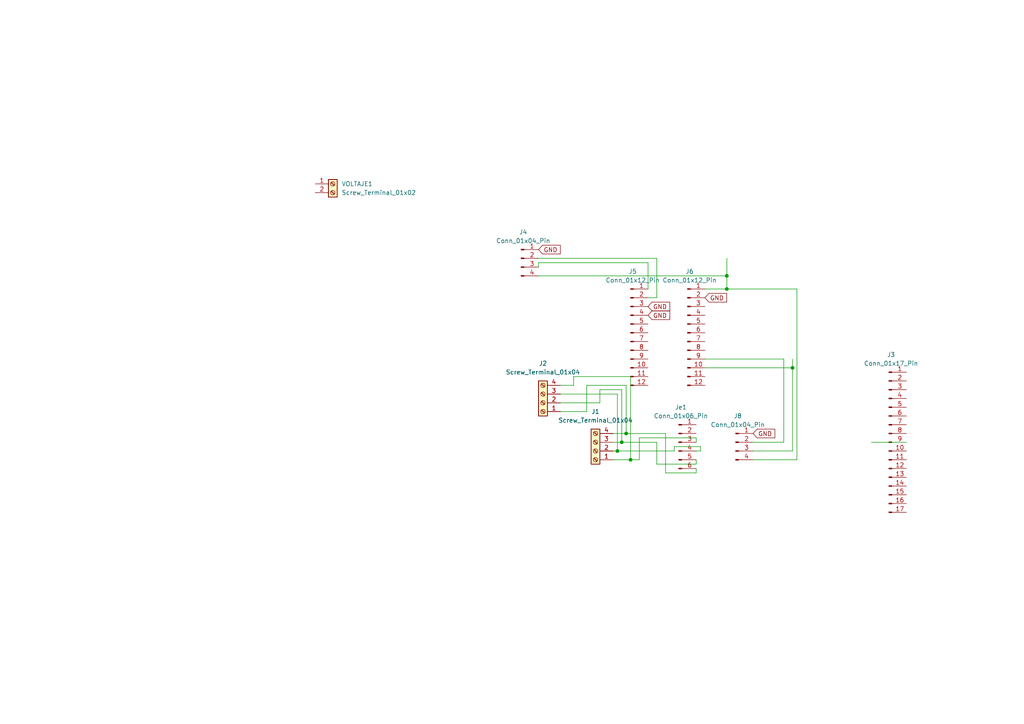
<source format=kicad_sch>
(kicad_sch (version 20231120) (generator "eeschema") (generator_version "8.0")
  (paper "A4")
  (lib_symbols
    (symbol "Connector:Conn_01x04_Pin" (pin_names (offset 1.016) hide)
      (property "Reference" "J" (at 0 5.08 0))
      (property "Value" "Conn_01x04_Pin" (at 0 -7.62 0))
      (symbol "Conn_01x04_Pin_1_1"
        (polyline (pts (xy 1.27 -5.08) (xy 0.8636 -5.08)) (stroke (width 0.1524)))
        (polyline (pts (xy 1.27 -2.54) (xy 0.8636 -2.54)) (stroke (width 0.1524)))
        (polyline (pts (xy 1.27 0) (xy 0.8636 0)) (stroke (width 0.1524)))
        (polyline (pts (xy 1.27 2.54) (xy 0.8636 2.54)) (stroke (width 0.1524)))
        (rectangle (start 0.8636 -4.953) (end 0 -5.207) (stroke (width 0.1524)) (fill (type outline)))
        (rectangle (start 0.8636 -2.413) (end 0 -2.667) (stroke (width 0.1524)) (fill (type outline)))
        (rectangle (start 0.8636 0.127) (end 0 -0.127) (stroke (width 0.1524)) (fill (type outline)))
        (rectangle (start 0.8636 2.667) (end 0 2.413) (stroke (width 0.1524)) (fill (type outline)))
        (pin passive line (at 5.08 2.54 180) (length 3.81) (name "Pin_1") (number "1"))
        (pin passive line (at 5.08 0 180) (length 3.81) (name "Pin_2") (number "2"))
        (pin passive line (at 5.08 -2.54 180) (length 3.81) (name "Pin_3") (number "3"))
        (pin passive line (at 5.08 -5.08 180) (length 3.81) (name "Pin_4") (number "4"))
      )
    )
    (symbol "Connector:Conn_01x06_Pin" (pin_names (offset 1.016) hide)
      (property "Reference" "J" (at 0 7.62 0))
      (property "Value" "Conn_01x06_Pin" (at 0 -10.16 0))
      (symbol "Conn_01x06_Pin_1_1"
        (polyline (pts (xy 1.27 -7.62) (xy 0.8636 -7.62)) (stroke (width 0.1524)))
        (polyline (pts (xy 1.27 -5.08) (xy 0.8636 -5.08)) (stroke (width 0.1524)))
        (polyline (pts (xy 1.27 -2.54) (xy 0.8636 -2.54)) (stroke (width 0.1524)))
        (polyline (pts (xy 1.27 0) (xy 0.8636 0)) (stroke (width 0.1524)))
        (polyline (pts (xy 1.27 2.54) (xy 0.8636 2.54)) (stroke (width 0.1524)))
        (polyline (pts (xy 1.27 5.08) (xy 0.8636 5.08)) (stroke (width 0.1524)))
        (rectangle (start 0.8636 -7.493) (end 0 -7.747) (stroke (width 0.1524)) (fill (type outline)))
        (rectangle (start 0.8636 -4.953) (end 0 -5.207) (stroke (width 0.1524)) (fill (type outline)))
        (rectangle (start 0.8636 -2.413) (end 0 -2.667) (stroke (width 0.1524)) (fill (type outline)))
        (rectangle (start 0.8636 0.127) (end 0 -0.127) (stroke (width 0.1524)) (fill (type outline)))
        (rectangle (start 0.8636 2.667) (end 0 2.413) (stroke (width 0.1524)) (fill (type outline)))
        (rectangle (start 0.8636 5.207) (end 0 4.953) (stroke (width 0.1524)) (fill (type outline)))
        (pin passive line (at 5.08 5.08 180) (length 3.81) (name "Pin_1") (number "1"))
        (pin passive line (at 5.08 2.54 180) (length 3.81) (name "Pin_2") (number "2"))
        (pin passive line (at 5.08 0 180) (length 3.81) (name "Pin_3") (number "3"))
        (pin passive line (at 5.08 -2.54 180) (length 3.81) (name "Pin_4") (number "4"))
        (pin passive line (at 5.08 -5.08 180) (length 3.81) (name "Pin_5") (number "5"))
        (pin passive line (at 5.08 -7.62 180) (length 3.81) (name "Pin_6") (number "6"))
      )
    )
    (symbol "Connector:Conn_01x12_Pin" (pin_names (offset 1.016) hide)
      (property "Reference" "J" (at 0 15.24 0))
      (property "Value" "Conn_01x12_Pin" (at 0 -17.78 0))
      (symbol "Conn_01x12_Pin_1_1"
        (polyline (pts (xy 1.27 -15.24) (xy 0.8636 -15.24)) (stroke (width 0.1524)))
        (polyline (pts (xy 1.27 -12.7) (xy 0.8636 -12.7)) (stroke (width 0.1524)))
        (polyline (pts (xy 1.27 -10.16) (xy 0.8636 -10.16)) (stroke (width 0.1524)))
        (polyline (pts (xy 1.27 -7.62) (xy 0.8636 -7.62)) (stroke (width 0.1524)))
        (polyline (pts (xy 1.27 -5.08) (xy 0.8636 -5.08)) (stroke (width 0.1524)))
        (polyline (pts (xy 1.27 -2.54) (xy 0.8636 -2.54)) (stroke (width 0.1524)))
        (polyline (pts (xy 1.27 0) (xy 0.8636 0)) (stroke (width 0.1524)))
        (polyline (pts (xy 1.27 2.54) (xy 0.8636 2.54)) (stroke (width 0.1524)))
        (polyline (pts (xy 1.27 5.08) (xy 0.8636 5.08)) (stroke (width 0.1524)))
        (polyline (pts (xy 1.27 7.62) (xy 0.8636 7.62)) (stroke (width 0.1524)))
        (polyline (pts (xy 1.27 10.16) (xy 0.8636 10.16)) (stroke (width 0.1524)))
        (polyline (pts (xy 1.27 12.7) (xy 0.8636 12.7)) (stroke (width 0.1524)))
        (rectangle (start 0.8636 -15.113) (end 0 -15.367) (stroke (width 0.1524)) (fill (type outline)))
        (rectangle (start 0.8636 -12.573) (end 0 -12.827) (stroke (width 0.1524)) (fill (type outline)))
        (rectangle (start 0.8636 -10.033) (end 0 -10.287) (stroke (width 0.1524)) (fill (type outline)))
        (rectangle (start 0.8636 -7.493) (end 0 -7.747) (stroke (width 0.1524)) (fill (type outline)))
        (rectangle (start 0.8636 -4.953) (end 0 -5.207) (stroke (width 0.1524)) (fill (type outline)))
        (rectangle (start 0.8636 -2.413) (end 0 -2.667) (stroke (width 0.1524)) (fill (type outline)))
        (rectangle (start 0.8636 0.127) (end 0 -0.127) (stroke (width 0.1524)) (fill (type outline)))
        (rectangle (start 0.8636 2.667) (end 0 2.413) (stroke (width 0.1524)) (fill (type outline)))
        (rectangle (start 0.8636 5.207) (end 0 4.953) (stroke (width 0.1524)) (fill (type outline)))
        (rectangle (start 0.8636 7.747) (end 0 7.493) (stroke (width 0.1524)) (fill (type outline)))
        (rectangle (start 0.8636 10.287) (end 0 10.033) (stroke (width 0.1524)) (fill (type outline)))
        (rectangle (start 0.8636 12.827) (end 0 12.573) (stroke (width 0.1524)) (fill (type outline)))
        (pin passive line (at 5.08 12.7 180) (length 3.81) (name "Pin_1") (number "1"))
        (pin passive line (at 5.08 -10.16 180) (length 3.81) (name "Pin_10") (number "10"))
        (pin passive line (at 5.08 -12.7 180) (length 3.81) (name "Pin_11") (number "11"))
        (pin passive line (at 5.08 -15.24 180) (length 3.81) (name "Pin_12") (number "12"))
        (pin passive line (at 5.08 10.16 180) (length 3.81) (name "Pin_2") (number "2"))
        (pin passive line (at 5.08 7.62 180) (length 3.81) (name "Pin_3") (number "3"))
        (pin passive line (at 5.08 5.08 180) (length 3.81) (name "Pin_4") (number "4"))
        (pin passive line (at 5.08 2.54 180) (length 3.81) (name "Pin_5") (number "5"))
        (pin passive line (at 5.08 0 180) (length 3.81) (name "Pin_6") (number "6"))
        (pin passive line (at 5.08 -2.54 180) (length 3.81) (name "Pin_7") (number "7"))
        (pin passive line (at 5.08 -5.08 180) (length 3.81) (name "Pin_8") (number "8"))
        (pin passive line (at 5.08 -7.62 180) (length 3.81) (name "Pin_9") (number "9"))
      )
    )
    (symbol "Connector:Conn_01x17_Pin" (pin_names (offset 1.016) hide)
      (property "Reference" "J" (at 0 22.86 0))
      (property "Value" "Conn_01x17_Pin" (at 0 -22.86 0))
      (symbol "Conn_01x17_Pin_1_1"
        (polyline (pts (xy 1.27 -20.32) (xy 0.8636 -20.32)) (stroke (width 0.1524)))
        (polyline (pts (xy 1.27 -17.78) (xy 0.8636 -17.78)) (stroke (width 0.1524)))
        (polyline (pts (xy 1.27 -15.24) (xy 0.8636 -15.24)) (stroke (width 0.1524)))
        (polyline (pts (xy 1.27 -12.7) (xy 0.8636 -12.7)) (stroke (width 0.1524)))
        (polyline (pts (xy 1.27 -10.16) (xy 0.8636 -10.16)) (stroke (width 0.1524)))
        (polyline (pts (xy 1.27 -7.62) (xy 0.8636 -7.62)) (stroke (width 0.1524)))
        (polyline (pts (xy 1.27 -5.08) (xy 0.8636 -5.08)) (stroke (width 0.1524)))
        (polyline (pts (xy 1.27 -2.54) (xy 0.8636 -2.54)) (stroke (width 0.1524)))
        (polyline (pts (xy 1.27 0) (xy 0.8636 0)) (stroke (width 0.1524)))
        (polyline (pts (xy 1.27 2.54) (xy 0.8636 2.54)) (stroke (width 0.1524)))
        (polyline (pts (xy 1.27 5.08) (xy 0.8636 5.08)) (stroke (width 0.1524)))
        (polyline (pts (xy 1.27 7.62) (xy 0.8636 7.62)) (stroke (width 0.1524)))
        (polyline (pts (xy 1.27 10.16) (xy 0.8636 10.16)) (stroke (width 0.1524)))
        (polyline (pts (xy 1.27 12.7) (xy 0.8636 12.7)) (stroke (width 0.1524)))
        (polyline (pts (xy 1.27 15.24) (xy 0.8636 15.24)) (stroke (width 0.1524)))
        (polyline (pts (xy 1.27 17.78) (xy 0.8636 17.78)) (stroke (width 0.1524)))
        (polyline (pts (xy 1.27 20.32) (xy 0.8636 20.32)) (stroke (width 0.1524)))
        (rectangle (start 0.8636 -20.193) (end 0 -20.447) (stroke (width 0.1524)) (fill (type outline)))
        (rectangle (start 0.8636 -17.653) (end 0 -17.907) (stroke (width 0.1524)) (fill (type outline)))
        (rectangle (start 0.8636 -15.113) (end 0 -15.367) (stroke (width 0.1524)) (fill (type outline)))
        (rectangle (start 0.8636 -12.573) (end 0 -12.827) (stroke (width 0.1524)) (fill (type outline)))
        (rectangle (start 0.8636 -10.033) (end 0 -10.287) (stroke (width 0.1524)) (fill (type outline)))
        (rectangle (start 0.8636 -7.493) (end 0 -7.747) (stroke (width 0.1524)) (fill (type outline)))
        (rectangle (start 0.8636 -4.953) (end 0 -5.207) (stroke (width 0.1524)) (fill (type outline)))
        (rectangle (start 0.8636 -2.413) (end 0 -2.667) (stroke (width 0.1524)) (fill (type outline)))
        (rectangle (start 0.8636 0.127) (end 0 -0.127) (stroke (width 0.1524)) (fill (type outline)))
        (rectangle (start 0.8636 2.667) (end 0 2.413) (stroke (width 0.1524)) (fill (type outline)))
        (rectangle (start 0.8636 5.207) (end 0 4.953) (stroke (width 0.1524)) (fill (type outline)))
        (rectangle (start 0.8636 7.747) (end 0 7.493) (stroke (width 0.1524)) (fill (type outline)))
        (rectangle (start 0.8636 10.287) (end 0 10.033) (stroke (width 0.1524)) (fill (type outline)))
        (rectangle (start 0.8636 12.827) (end 0 12.573) (stroke (width 0.1524)) (fill (type outline)))
        (rectangle (start 0.8636 15.367) (end 0 15.113) (stroke (width 0.1524)) (fill (type outline)))
        (rectangle (start 0.8636 17.907) (end 0 17.653) (stroke (width 0.1524)) (fill (type outline)))
        (rectangle (start 0.8636 20.447) (end 0 20.193) (stroke (width 0.1524)) (fill (type outline)))
        (pin passive line (at 5.08 20.32 180) (length 3.81) (name "Pin_1") (number "1"))
        (pin passive line (at 5.08 -2.54 180) (length 3.81) (name "Pin_10") (number "10"))
        (pin passive line (at 5.08 -5.08 180) (length 3.81) (name "Pin_11") (number "11"))
        (pin passive line (at 5.08 -7.62 180) (length 3.81) (name "Pin_12") (number "12"))
        (pin passive line (at 5.08 -10.16 180) (length 3.81) (name "Pin_13") (number "13"))
        (pin passive line (at 5.08 -12.7 180) (length 3.81) (name "Pin_14") (number "14"))
        (pin passive line (at 5.08 -15.24 180) (length 3.81) (name "Pin_15") (number "15"))
        (pin passive line (at 5.08 -17.78 180) (length 3.81) (name "Pin_16") (number "16"))
        (pin passive line (at 5.08 -20.32 180) (length 3.81) (name "Pin_17") (number "17"))
        (pin passive line (at 5.08 17.78 180) (length 3.81) (name "Pin_2") (number "2"))
        (pin passive line (at 5.08 15.24 180) (length 3.81) (name "Pin_3") (number "3"))
        (pin passive line (at 5.08 12.7 180) (length 3.81) (name "Pin_4") (number "4"))
        (pin passive line (at 5.08 10.16 180) (length 3.81) (name "Pin_5") (number "5"))
        (pin passive line (at 5.08 7.62 180) (length 3.81) (name "Pin_6") (number "6"))
        (pin passive line (at 5.08 5.08 180) (length 3.81) (name "Pin_7") (number "7"))
        (pin passive line (at 5.08 2.54 180) (length 3.81) (name "Pin_8") (number "8"))
        (pin passive line (at 5.08 0 180) (length 3.81) (name "Pin_9") (number "9"))
      )
    )
    (symbol "Connector:Screw_Terminal_01x02" (pin_names (offset 1.016) hide)
      (property "Reference" "J" (at 0 2.54 0))
      (property "Value" "Screw_Terminal_01x02" (at 0 -5.08 0))
      (symbol "Screw_Terminal_01x02_1_1"
        (rectangle (start -1.27 1.27) (end 1.27 -3.81) (stroke (width 0.254)) (fill (type background)))
        (circle (center 0 -2.54) (radius 0.635) (stroke (width 0.1524)))
        (polyline (pts (xy -0.5334 -2.2098) (xy 0.3302 -3.048)) (stroke (width 0.1524)))
        (polyline (pts (xy -0.5334 0.3302) (xy 0.3302 -0.508)) (stroke (width 0.1524)))
        (polyline (pts (xy -0.3556 -2.032) (xy 0.508 -2.8702)) (stroke (width 0.1524)))
        (polyline (pts (xy -0.3556 0.508) (xy 0.508 -0.3302)) (stroke (width 0.1524)))
        (circle (center 0 0) (radius 0.635) (stroke (width 0.1524)))
        (pin passive line (at -5.08 0 0) (length 3.81) (name "Pin_1") (number "1"))
        (pin passive line (at -5.08 -2.54 0) (length 3.81) (name "Pin_2") (number "2"))
      )
    )
    (symbol "Connector:Screw_Terminal_01x04" (pin_names (offset 1.016) hide)
      (property "Reference" "J" (at 0 5.08 0))
      (property "Value" "Screw_Terminal_01x04" (at 0 -7.62 0))
      (symbol "Screw_Terminal_01x04_1_1"
        (rectangle (start -1.27 3.81) (end 1.27 -6.35) (stroke (width 0.254)) (fill (type background)))
        (circle (center 0 -5.08) (radius 0.635) (stroke (width 0.1524)))
        (circle (center 0 -2.54) (radius 0.635) (stroke (width 0.1524)))
        (polyline (pts (xy -0.5334 -4.7498) (xy 0.3302 -5.588)) (stroke (width 0.1524)))
        (polyline (pts (xy -0.5334 -2.2098) (xy 0.3302 -3.048)) (stroke (width 0.1524)))
        (polyline (pts (xy -0.5334 0.3302) (xy 0.3302 -0.508)) (stroke (width 0.1524)))
        (polyline (pts (xy -0.5334 2.8702) (xy 0.3302 2.032)) (stroke (width 0.1524)))
        (polyline (pts (xy -0.3556 -4.572) (xy 0.508 -5.4102)) (stroke (width 0.1524)))
        (polyline (pts (xy -0.3556 -2.032) (xy 0.508 -2.8702)) (stroke (width 0.1524)))
        (polyline (pts (xy -0.3556 0.508) (xy 0.508 -0.3302)) (stroke (width 0.1524)))
        (polyline (pts (xy -0.3556 3.048) (xy 0.508 2.2098)) (stroke (width 0.1524)))
        (circle (center 0 0) (radius 0.635) (stroke (width 0.1524)))
        (circle (center 0 2.54) (radius 0.635) (stroke (width 0.1524)))
        (pin passive line (at -5.08 2.54 0) (length 3.81) (name "Pin_1") (number "1"))
        (pin passive line (at -5.08 0 0) (length 3.81) (name "Pin_2") (number "2"))
        (pin passive line (at -5.08 -2.54 0) (length 3.81) (name "Pin_3") (number "3"))
        (pin passive line (at -5.08 -5.08 0) (length 3.81) (name "Pin_4") (number "4"))
      )
    )
  )
  (junction (at 210.82 80.01))
  (junction (at 181.61 125.73))
  (junction (at 210.82 83.82))
  (junction (at 229.87 106.68))
  (junction (at 182.88 133.35))
  (junction (at 179.07 130.81))
  (junction (at 180.34 128.27))
  (wire (pts (xy 201.93 133.35) (xy 201.93 134.62)))
  (wire (pts (xy 179.07 114.3) (xy 179.07 130.81)))
  (wire (pts (xy 170.18 111.76) (xy 170.18 119.38)))
  (wire (pts (xy 173.99 116.84) (xy 162.56 116.84)))
  (wire (pts (xy 181.61 125.73) (xy 193.04 125.73)))
  (wire (pts (xy 210.82 74.93) (xy 210.82 80.01)))
  (wire (pts (xy 190.5 134.62) (xy 201.93 134.62)))
  (wire (pts (xy 195.58 130.81) (xy 195.58 129.54)))
  (wire (pts (xy 231.14 133.35) (xy 231.14 83.82)))
  (wire (pts (xy 190.5 128.27) (xy 190.5 134.62)))
  (wire (pts (xy 187.96 83.82) (xy 187.96 76.2)))
  (wire (pts (xy 229.87 104.14) (xy 229.87 106.68)))
  (wire (pts (xy 156.21 74.93) (xy 190.5 74.93)))
  (wire (pts (xy 166.37 109.22) (xy 166.37 111.76)))
  (wire (pts (xy 180.34 113.03) (xy 173.99 113.03)))
  (wire (pts (xy 181.61 111.76) (xy 181.61 125.73)))
  (wire (pts (xy 156.21 76.2) (xy 156.21 77.47)))
  (wire (pts (xy 166.37 111.76) (xy 162.56 111.76)))
  (wire (pts (xy 201.93 135.89) (xy 201.93 137.16)))
  (wire (pts (xy 204.47 104.14) (xy 227.33 104.14)))
  (wire (pts (xy 162.56 119.38) (xy 170.18 119.38)))
  (wire (pts (xy 201.93 127) (xy 201.93 128.27)))
  (wire (pts (xy 187.96 76.2) (xy 156.21 76.2)))
  (wire (pts (xy 156.21 80.01) (xy 210.82 80.01)))
  (wire (pts (xy 193.04 125.73) (xy 193.04 137.16)))
  (wire (pts (xy 218.44 128.27) (xy 227.33 128.27)))
  (wire (pts (xy 190.5 74.93) (xy 190.5 86.36)))
  (wire (pts (xy 185.42 127) (xy 185.42 133.35)))
  (wire (pts (xy 231.14 83.82) (xy 210.82 83.82)))
  (wire (pts (xy 218.44 130.81) (xy 229.87 130.81)))
  (wire (pts (xy 195.58 129.54) (xy 203.2 129.54)))
  (wire (pts (xy 177.8 128.27) (xy 180.34 128.27)))
  (wire (pts (xy 203.2 129.54) (xy 203.2 130.81)))
  (wire (pts (xy 218.44 133.35) (xy 231.14 133.35)))
  (wire (pts (xy 185.42 127) (xy 201.93 127)))
  (wire (pts (xy 162.56 114.3) (xy 179.07 114.3)))
  (wire (pts (xy 182.88 109.22) (xy 182.88 133.35)))
  (wire (pts (xy 190.5 86.36) (xy 187.96 86.36)))
  (wire (pts (xy 210.82 80.01) (xy 210.82 83.82)))
  (wire (pts (xy 182.88 133.35) (xy 185.42 133.35)))
  (wire (pts (xy 182.88 109.22) (xy 166.37 109.22)))
  (wire (pts (xy 180.34 128.27) (xy 190.5 128.27)))
  (wire (pts (xy 177.8 130.81) (xy 179.07 130.81)))
  (wire (pts (xy 181.61 111.76) (xy 170.18 111.76)))
  (wire (pts (xy 180.34 113.03) (xy 180.34 128.27)))
  (wire (pts (xy 193.04 137.16) (xy 201.93 137.16)))
  (wire (pts (xy 179.07 130.81) (xy 195.58 130.81)))
  (wire (pts (xy 252.73 128.27) (xy 262.89 128.27)))
  (wire (pts (xy 204.47 106.68) (xy 229.87 106.68)))
  (wire (pts (xy 173.99 113.03) (xy 173.99 116.84)))
  (wire (pts (xy 210.82 83.82) (xy 204.47 83.82)))
  (wire (pts (xy 177.8 133.35) (xy 182.88 133.35)))
  (wire (pts (xy 227.33 104.14) (xy 227.33 128.27)))
  (wire (pts (xy 201.93 130.81) (xy 203.2 130.81)))
  (wire (pts (xy 177.8 125.73) (xy 181.61 125.73)))
  (wire (pts (xy 229.87 106.68) (xy 229.87 130.81)))
  (global_label "GND" (shape input) (at 204.47 86.36 0) (property "Intersheetrefs" "${INTERSHEET_REFS}" (effects (hide yes))))
  (global_label "GND" (shape input) (at 187.96 91.44 0) (property "Intersheetrefs" "${INTERSHEET_REFS}" (effects (hide yes))))
  (global_label "GND" (shape input) (at 187.96 88.9 0) (property "Intersheetrefs" "${INTERSHEET_REFS}" (effects (hide yes))))
  (global_label "GND" (shape input) (at 156.21 72.39 0) (property "Intersheetrefs" "${INTERSHEET_REFS}" (effects (hide yes))))
  (global_label "GND" (shape input) (at 218.44 125.73 0) (property "Intersheetrefs" "${INTERSHEET_REFS}" (effects (hide yes))))
  (symbol (lib_id "Connector:Conn_01x12_Pin") (at 182.88 96.52 0) (unit 1)
    (property "Reference" "J5" (at 183.515 78.74 0))
    (property "Value" "Conn_01x12_Pin" (at 183.515 81.28 0))
    (property "Footprint" "Connector_PinSocket_2.54mm:PinSocket_1x12_P2.54mm_Vertical" (effects (hide yes)))
    (property "Description" "Generic connector, single row, 01x12, script generated" (effects (hide yes)))
  )
  (symbol (lib_id "Connector:Conn_01x12_Pin") (at 199.39 96.52 0) (unit 1)
    (property "Reference" "J6" (at 200.025 78.74 0))
    (property "Value" "Conn_01x12_Pin" (at 200.025 81.28 0))
    (property "Footprint" "Connector_PinSocket_2.54mm:PinSocket_1x12_P2.54mm_Vertical" (effects (hide yes)))
    (property "Description" "Generic connector, single row, 01x12, script generated" (effects (hide yes)))
  )
  (symbol (lib_id "Connector:Screw_Terminal_01x04") (at 172.72 130.81 180) (unit 1)
    (property "Reference" "J1" (at 172.72 119.38 0))
    (property "Value" "Screw_Terminal_01x04" (at 172.72 121.92 0))
    (property "Footprint" "TerminalBlock:TerminalBlock_Altech_AK300-4_P5.00mm" (effects (hide yes)))
    (property "Description" "Generic screw terminal, single row, 01x04, script generated (kicad-library-utils/schlib/autogen/connector/)" (effects (hide yes)))
  )
  (symbol (lib_id "Connector:Conn_01x17_Pin") (at 257.81 128.27 0) (unit 1)
    (property "Reference" "J3" (at 258.445 102.87 0))
    (property "Value" "Conn_01x17_Pin" (at 258.445 105.41 0))
    (property "Footprint" "Connector_PinSocket_2.54mm:PinSocket_1x17_P2.54mm_Vertical" (effects (hide yes)))
    (property "Description" "Generic connector, single row, 01x17, script generated" (effects (hide yes)))
  )
  (symbol (lib_id "Connector:Conn_01x04_Pin") (at 151.13 74.93 0) (unit 1)
    (property "Reference" "J4" (at 151.765 67.31 0))
    (property "Value" "Conn_01x04_Pin" (at 151.765 69.85 0))
    (property "Footprint" "Connector_PinHeader_2.54mm:PinHeader_1x04_P2.54mm_Vertical" (effects (hide yes)))
    (property "Description" "Generic connector, single row, 01x04, script generated" (effects (hide yes)))
  )
  (symbol (lib_id "Connector:Screw_Terminal_01x04") (at 157.48 116.84 180) (unit 1)
    (property "Reference" "J2" (at 157.48 105.41 0))
    (property "Value" "Screw_Terminal_01x04" (at 157.48 107.95 0))
    (property "Footprint" "TerminalBlock:TerminalBlock_Altech_AK300-4_P5.00mm" (effects (hide yes)))
    (property "Description" "Generic screw terminal, single row, 01x04, script generated (kicad-library-utils/schlib/autogen/connector/)" (effects (hide yes)))
  )
  (symbol (lib_id "Connector:Conn_01x04_Pin") (at 213.36 128.27 0) (unit 1)
    (property "Reference" "J8" (at 213.995 120.65 0))
    (property "Value" "Conn_01x04_Pin" (at 213.995 123.19 0))
    (property "Footprint" "Connector_PinSocket_2.54mm:PinSocket_1x04_P2.54mm_Vertical" (effects (hide yes)))
    (property "Description" "Generic connector, single row, 01x04, script generated" (effects (hide yes)))
  )
  (symbol (lib_id "Connector:Conn_01x06_Pin") (at 196.85 128.27 0) (unit 1)
    (property "Reference" "Je1" (at 197.485 118.11 0))
    (property "Value" "Conn_01x06_Pin" (at 197.485 120.65 0))
    (property "Footprint" "Connector_PinSocket_2.54mm:PinSocket_1x06_P2.54mm_Vertical" (effects (hide yes)))
    (property "Description" "Generic connector, single row, 01x06, script generated" (effects (hide yes)))
  )
  (symbol (lib_id "Connector:Screw_Terminal_01x02") (at 96.52 53.34 0) (unit 1)
    (property "Reference" "VOLTAJE1" (at 99.06 53.3399 0) (effects (justify left)))
    (property "Value" "Screw_Terminal_01x02" (at 99.06 55.8799 0) (effects (justify left)))
    (property "Footprint" "TerminalBlock:TerminalBlock_Altech_AK300-2_P5.00mm" (effects (hide yes)))
    (property "Description" "Generic screw terminal, single row, 01x02, script generated (kicad-library-utils/schlib/autogen/connector/)" (effects (hide yes)))
  )
)
</source>
